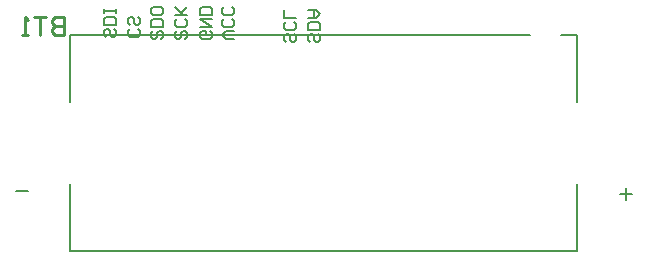
<source format=gbo>
G04*
G04 #@! TF.GenerationSoftware,Altium Limited,Altium Designer,23.4.1 (23)*
G04*
G04 Layer_Color=32896*
%FSLAX44Y44*%
%MOMM*%
G71*
G04*
G04 #@! TF.SameCoordinates,A0B98803-91D0-4B0B-9526-B44C3162FC5B*
G04*
G04*
G04 #@! TF.FilePolarity,Positive*
G04*
G01*
G75*
%ADD12C,0.2032*%
%ADD35C,0.2540*%
%ADD47C,0.1270*%
D12*
X860126Y751753D02*
X861819Y750060D01*
Y746675D01*
X860126Y744982D01*
X853355D01*
X851662Y746675D01*
Y750060D01*
X853355Y751753D01*
X860126Y761910D02*
X861819Y760217D01*
Y756832D01*
X860126Y755139D01*
X858433D01*
X856740Y756832D01*
Y760217D01*
X855048Y761910D01*
X853355D01*
X851662Y760217D01*
Y756832D01*
X853355Y755139D01*
X873424Y750483D02*
X871731Y748790D01*
Y745405D01*
X873424Y743712D01*
X875117D01*
X876810Y745405D01*
Y748790D01*
X878502Y750483D01*
X880195D01*
X881888Y748790D01*
Y745405D01*
X880195Y743712D01*
X871731Y753869D02*
X881888D01*
Y758947D01*
X880195Y760640D01*
X873424D01*
X871731Y758947D01*
Y753869D01*
Y769104D02*
Y765718D01*
X873424Y764025D01*
X880195D01*
X881888Y765718D01*
Y769104D01*
X880195Y770797D01*
X873424D01*
X871731Y769104D01*
X992206Y747943D02*
X993899Y746250D01*
Y742865D01*
X992206Y741172D01*
X990513D01*
X988820Y742865D01*
Y746250D01*
X987128Y747943D01*
X985435D01*
X983742Y746250D01*
Y742865D01*
X985435Y741172D01*
X992206Y758100D02*
X993899Y756407D01*
Y753021D01*
X992206Y751329D01*
X985435D01*
X983742Y753021D01*
Y756407D01*
X985435Y758100D01*
X993899Y761485D02*
X983742D01*
Y768257D01*
X839806Y751753D02*
X841499Y750060D01*
Y746675D01*
X839806Y744982D01*
X838113D01*
X836420Y746675D01*
Y750060D01*
X834728Y751753D01*
X833035D01*
X831342Y750060D01*
Y746675D01*
X833035Y744982D01*
X841499Y755139D02*
X831342D01*
Y760217D01*
X833035Y761910D01*
X839806D01*
X841499Y760217D01*
Y755139D01*
Y765295D02*
Y768681D01*
Y766988D01*
X831342D01*
Y765295D01*
Y768681D01*
X893744Y750483D02*
X892051Y748790D01*
Y745405D01*
X893744Y743712D01*
X895437D01*
X897130Y745405D01*
Y748790D01*
X898822Y750483D01*
X900515D01*
X902208Y748790D01*
Y745405D01*
X900515Y743712D01*
X893744Y760640D02*
X892051Y758947D01*
Y755562D01*
X893744Y753869D01*
X900515D01*
X902208Y755562D01*
Y758947D01*
X900515Y760640D01*
X892051Y764025D02*
X902208D01*
X898822D01*
X892051Y770797D01*
X897130Y765718D01*
X902208Y770797D01*
X921086Y750483D02*
X922779Y748790D01*
Y745405D01*
X921086Y743712D01*
X914315D01*
X912622Y745405D01*
Y748790D01*
X914315Y750483D01*
X917700D01*
Y747098D01*
X912622Y753869D02*
X922779D01*
X912622Y760640D01*
X922779D01*
Y764025D02*
X912622D01*
Y769104D01*
X914315Y770797D01*
X921086D01*
X922779Y769104D01*
Y764025D01*
X941829Y743712D02*
X935058D01*
X931672Y747098D01*
X935058Y750483D01*
X941829D01*
X940136Y760640D02*
X941829Y758947D01*
Y755562D01*
X940136Y753869D01*
X933365D01*
X931672Y755562D01*
Y758947D01*
X933365Y760640D01*
X940136Y770797D02*
X941829Y769104D01*
Y765718D01*
X940136Y764025D01*
X933365D01*
X931672Y765718D01*
Y769104D01*
X933365Y770797D01*
X1012526Y747943D02*
X1014219Y746250D01*
Y742865D01*
X1012526Y741172D01*
X1010833D01*
X1009140Y742865D01*
Y746250D01*
X1007448Y747943D01*
X1005755D01*
X1004062Y746250D01*
Y742865D01*
X1005755Y741172D01*
X1014219Y751329D02*
X1004062D01*
Y756407D01*
X1005755Y758100D01*
X1012526D01*
X1014219Y756407D01*
Y751329D01*
X1004062Y761485D02*
X1010833D01*
X1014219Y764871D01*
X1010833Y768257D01*
X1004062D01*
X1009140D01*
Y761485D01*
D35*
X797554Y761998D02*
Y746762D01*
X789937D01*
X787398Y749302D01*
Y751841D01*
X789937Y754380D01*
X797554D01*
X789937D01*
X787398Y756919D01*
Y759458D01*
X789937Y761998D01*
X797554D01*
X782319D02*
X772162D01*
X777241D01*
Y746762D01*
X767084D02*
X762006D01*
X764545D01*
Y761998D01*
X767084Y759458D01*
D47*
X757300Y614920D02*
X767300D01*
X1273300Y607420D02*
Y617420D01*
X1268300Y612420D02*
X1278300D01*
X803150Y690220D02*
Y746770D01*
Y563870D02*
Y620420D01*
X1232450Y690220D02*
Y746770D01*
Y563870D02*
Y620420D01*
X803150Y563870D02*
X1232450D01*
X1218300Y746770D02*
X1232450D01*
X803150D02*
X1192000D01*
M02*

</source>
